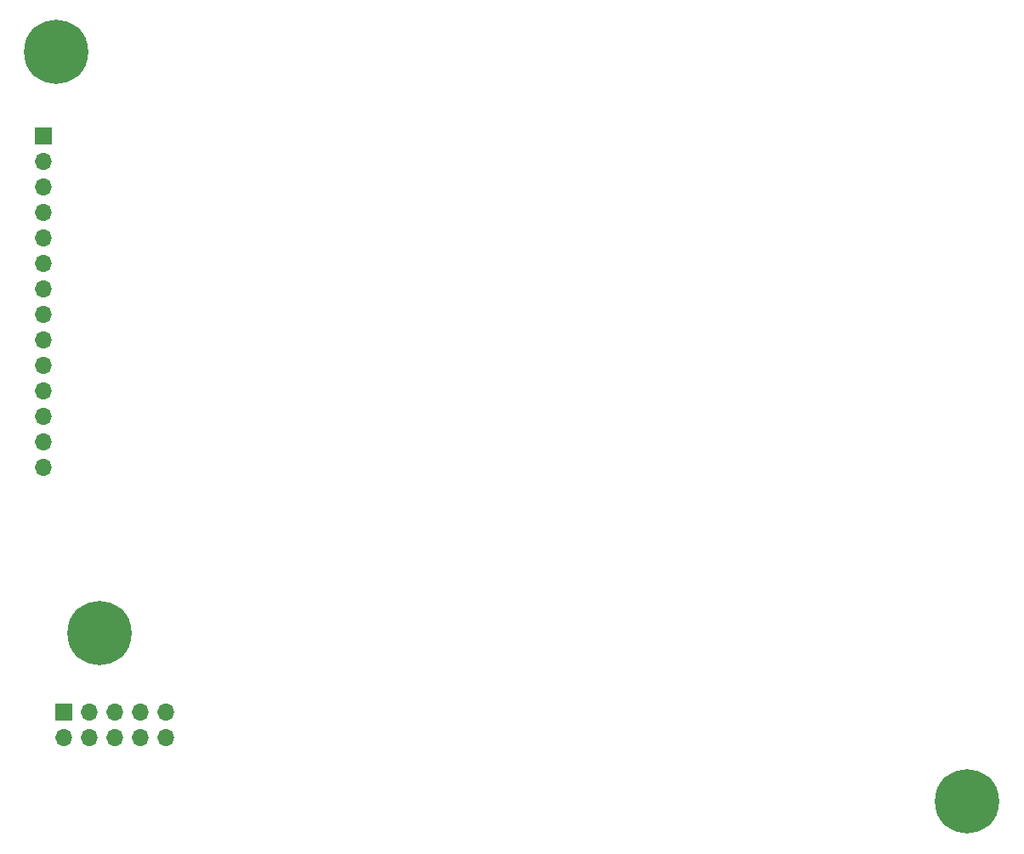
<source format=gbr>
%TF.GenerationSoftware,KiCad,Pcbnew,(6.0.7)*%
%TF.CreationDate,2023-04-15T21:14:02+02:00*%
%TF.ProjectId,LED board,4c454420-626f-4617-9264-2e6b69636164,rev?*%
%TF.SameCoordinates,Original*%
%TF.FileFunction,Soldermask,Bot*%
%TF.FilePolarity,Negative*%
%FSLAX46Y46*%
G04 Gerber Fmt 4.6, Leading zero omitted, Abs format (unit mm)*
G04 Created by KiCad (PCBNEW (6.0.7)) date 2023-04-15 21:14:02*
%MOMM*%
%LPD*%
G01*
G04 APERTURE LIST*
%ADD10C,6.400000*%
%ADD11R,1.700000X1.700000*%
%ADD12O,1.700000X1.700000*%
G04 APERTURE END LIST*
D10*
%TO.C,*%
X125730000Y-129032000D03*
%TD*%
D11*
%TO.C,J1*%
X120142000Y-79502000D03*
D12*
X120142000Y-82042000D03*
X120142000Y-84582000D03*
X120142000Y-87122000D03*
X120142000Y-89662000D03*
X120142000Y-92202000D03*
X120142000Y-94742000D03*
X120142000Y-97282000D03*
X120142000Y-99822000D03*
X120142000Y-102362000D03*
X120142000Y-104902000D03*
X120142000Y-107442000D03*
X120142000Y-109982000D03*
X120142000Y-112522000D03*
%TD*%
D11*
%TO.C,J2*%
X122174000Y-136906000D03*
D12*
X122174000Y-139446000D03*
X124714000Y-136906000D03*
X124714000Y-139446000D03*
X127254000Y-136906000D03*
X127254000Y-139446000D03*
X129794000Y-136906000D03*
X129794000Y-139446000D03*
X132334000Y-136906000D03*
X132334000Y-139446000D03*
%TD*%
D10*
%TO.C,*%
X212090000Y-145796000D03*
%TD*%
%TO.C,*%
X121412000Y-71120000D03*
%TD*%
M02*

</source>
